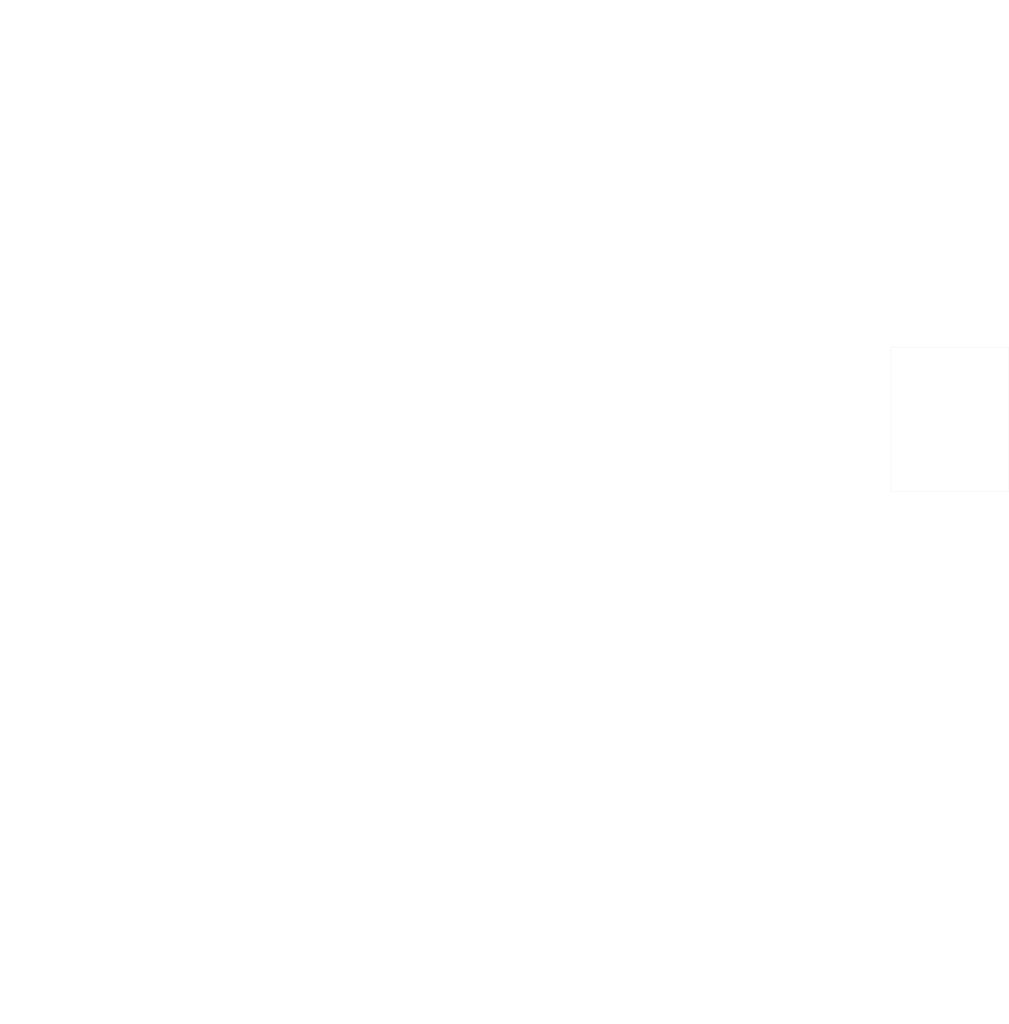
<source format=kicad_pcb>
(kicad_pcb
	(version 20241229)
	(generator "pcbnew")
	(generator_version "9.0")
	(general
		(thickness 1.6)
		(legacy_teardrops no)
	)
	(paper "A4")
	(layers
		(0 "F.Cu" signal)
		(4 "In1.Cu" signal)
		(6 "In2.Cu" signal)
		(2 "B.Cu" signal)
		(9 "F.Adhes" user "F.Adhesive")
		(11 "B.Adhes" user "B.Adhesive")
		(13 "F.Paste" user)
		(15 "B.Paste" user)
		(5 "F.SilkS" user "F.Silkscreen")
		(7 "B.SilkS" user "B.Silkscreen")
		(1 "F.Mask" user)
		(3 "B.Mask" user)
		(17 "Dwgs.User" user "User.Drawings")
		(19 "Cmts.User" user "User.Comments")
		(21 "Eco1.User" user "User.Eco1")
		(23 "Eco2.User" user "User.Eco2")
		(25 "Edge.Cuts" user)
		(27 "Margin" user)
		(31 "F.CrtYd" user "F.Courtyard")
		(29 "B.CrtYd" user "B.Courtyard")
		(35 "F.Fab" user)
		(33 "B.Fab" user)
		(39 "User.1" user)
		(41 "User.2" user)
		(43 "User.3" user)
		(45 "User.4" user)
	)
	(setup
		(stackup
			(layer "F.SilkS"
				(type "Top Silk Screen")
			)
			(layer "F.Paste"
				(type "Top Solder Paste")
			)
			(layer "F.Mask"
				(type "Top Solder Mask")
				(thickness 0.01)
			)
			(layer "F.Cu"
				(type "copper")
				(thickness 0.035)
			)
			(layer "dielectric 1"
				(type "prepreg")
				(thickness 0.1)
				(material "FR4")
				(epsilon_r 4.5)
				(loss_tangent 0.02)
			)
			(layer "In1.Cu"
				(type "copper")
				(thickness 0.035)
			)
			(layer "dielectric 2"
				(type "core")
				(thickness 1.24)
				(material "FR4")
				(epsilon_r 4.5)
				(loss_tangent 0.02)
			)
			(layer "In2.Cu"
				(type "copper")
				(thickness 0.035)
			)
			(layer "dielectric 3"
				(type "prepreg")
				(thickness 0.1)
				(material "FR4")
				(epsilon_r 4.5)
				(loss_tangent 0.02)
			)
			(layer "B.Cu"
				(type "copper")
				(thickness 0.035)
			)
			(layer "B.Mask"
				(type "Bottom Solder Mask")
				(thickness 0.01)
			)
			(layer "B.Paste"
				(type "Bottom Solder Paste")
			)
			(layer "B.SilkS"
				(type "Bottom Silk Screen")
			)
			(copper_finish "None")
			(dielectric_constraints no)
		)
		(pad_to_mask_clearance 0)
		(allow_soldermask_bridges_in_footprints no)
		(tenting front back)
		(pcbplotparams
			(layerselection 0x00000000_00000000_55555555_5755f5ff)
			(plot_on_all_layers_selection 0x00000000_00000000_00000000_00000000)
			(disableapertmacros no)
			(usegerberextensions no)
			(usegerberattributes yes)
			(usegerberadvancedattributes yes)
			(creategerberjobfile yes)
			(dashed_line_dash_ratio 12.000000)
			(dashed_line_gap_ratio 3.000000)
			(svgprecision 4)
			(plotframeref no)
			(mode 1)
			(useauxorigin no)
			(hpglpennumber 1)
			(hpglpenspeed 20)
			(hpglpendiameter 15.000000)
			(pdf_front_fp_property_popups yes)
			(pdf_back_fp_property_popups yes)
			(pdf_metadata yes)
			(pdf_single_document no)
			(dxfpolygonmode yes)
			(dxfimperialunits yes)
			(dxfusepcbnewfont yes)
			(psnegative no)
			(psa4output no)
			(plot_black_and_white yes)
			(plotinvisibletext no)
			(sketchpadsonfab no)
			(plotpadnumbers no)
			(hidednponfab no)
			(sketchdnponfab yes)
			(crossoutdnponfab yes)
			(subtractmaskfromsilk no)
			(outputformat 1)
			(mirror no)
			(drillshape 1)
			(scaleselection 1)
			(outputdirectory "")
		)
	)
	(net 0 "")
	(net 1 "GND")
	(gr_rect
		(start 336.4 137.575)
		(end 379.87 190.68)
		(stroke
			(width 0.05)
			(type solid)
		)
		(fill no)
		(layer "Edge.Cuts")
		(uuid "e23cc442-cdd3-4a98-ab63-b3758eee335b")
	)
	(zone
		(net 0)
		(net_name "")
		(layers "F.Cu" "B.Cu")
		(uuid "b47f652b-a514-4f85-ab8d-259ce58267d9")
		(hatch edge 0.5)
		(connect_pads
			(clearance 0)
		)
		(min_thickness 0.25)
		(filled_areas_thickness no)
		(fill yes
			(thermal_gap 0.5)
			(thermal_bridge_width 0.5)
			(island_removal_mode 1)
			(island_area_min 10)
		)
		(polygon
			(pts
				(xy 11.25 12.025) (xy 11.25 378.659263) (xy 290.006721 379.640889) (xy 286.175 11.55)
			)
		)
	)
	(zone
		(net 1)
		(net_name "GND")
		(layers "In1.Cu" "In2.Cu")
		(uuid "4f561309-dc26-49da-ad6d-8046d7b5fa55")
		(hatch edge 0.5)
		(priority 1)
		(connect_pads
			(clearance 0)
		)
		(min_thickness 0.25)
		(filled_areas_thickness no)
		(fill yes
			(thermal_gap 0.5)
			(thermal_bridge_width 0.5)
		)
		(polygon
			(pts
				(xy 11.25 12.025) (xy 8.711358 386.4) (xy 287.037972 386.4) (xy 287.025 9.975) (xy 11.95 10.525)
			)
		)
	)
	(embedded_fonts no)
)

</source>
